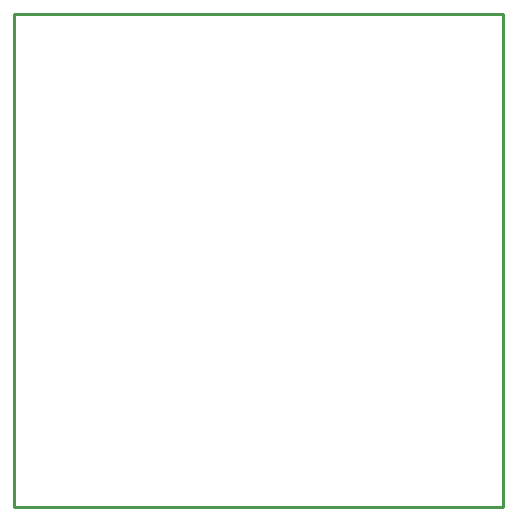
<source format=gko>
G04 Layer: BoardOutline*
G04 EasyEDA v6.3.38, 2020-04-19T01:24:54+01:00*
G04 25926d0f09aa464bb59590b1fa944b2e,2ce125542fee449aab8aeb6989d11efb,10*
G04 Gerber Generator version 0.2*
G04 Scale: 100 percent, Rotated: No, Reflected: No *
G04 Dimensions in inches *
G04 leading zeros omitted , absolute positions ,2 integer and 4 decimal *
%FSLAX24Y24*%
%MOIN*%
G90*
G70D02*

%ADD10C,0.010000*%
G54D10*
G01X0Y16450D02*
G01X16290Y16450D01*
G01X16290Y0D01*
G01X0Y0D01*
G01X0Y16450D01*

%LPD*%
M00*
M02*

</source>
